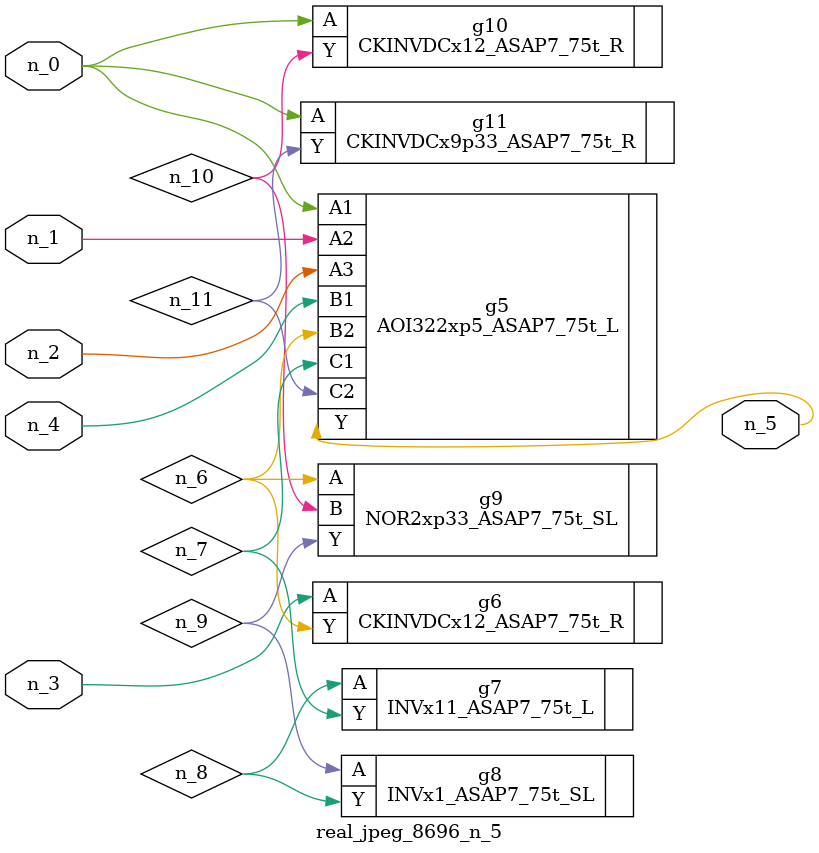
<source format=v>
module real_jpeg_8696_n_5 (n_4, n_0, n_1, n_2, n_3, n_5);

input n_4;
input n_0;
input n_1;
input n_2;
input n_3;

output n_5;

wire n_8;
wire n_11;
wire n_6;
wire n_7;
wire n_10;
wire n_9;

AOI322xp5_ASAP7_75t_L g5 ( 
.A1(n_0),
.A2(n_1),
.A3(n_2),
.B1(n_4),
.B2(n_6),
.C1(n_7),
.C2(n_11),
.Y(n_5)
);

CKINVDCx12_ASAP7_75t_R g10 ( 
.A(n_0),
.Y(n_10)
);

CKINVDCx9p33_ASAP7_75t_R g11 ( 
.A(n_0),
.Y(n_11)
);

CKINVDCx12_ASAP7_75t_R g6 ( 
.A(n_3),
.Y(n_6)
);

NOR2xp33_ASAP7_75t_SL g9 ( 
.A(n_6),
.B(n_10),
.Y(n_9)
);

INVx11_ASAP7_75t_L g7 ( 
.A(n_8),
.Y(n_7)
);

INVx1_ASAP7_75t_SL g8 ( 
.A(n_9),
.Y(n_8)
);


endmodule
</source>
